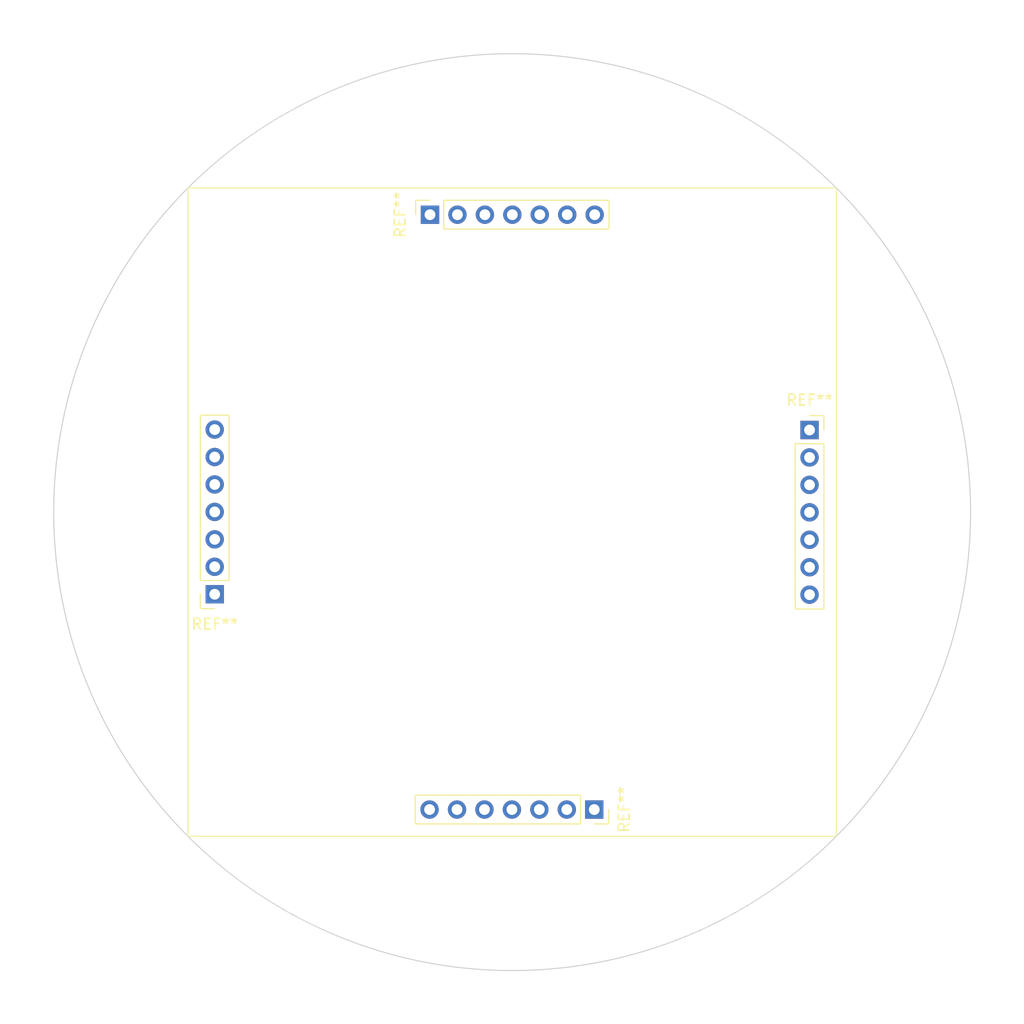
<source format=kicad_pcb>
(kicad_pcb (version 20211014) (generator pcbnew)
  (layers (0 "F.Cu" signal) (31 "B.Cu" signal) (34 "B.Paste" user) (35 "F.Paste" user) (36 "B.SilkS" user "B.Silkscreen") (37 "F.SilkS" user "F.Silkscreen") (38 "B.Mask" user) (39 "F.Mask" user) (44 "Edge.Cuts" user))
  (net 0 "")
  (footprint "Connector_PinSocket_2.54mm:PinSocket_1x07_P2.54mm_Vertical" (layer "F.Cu") (at 124.875 109.2 180)
    (fp_text reference "REF**" (at 0 -2.77) (layer "F.SilkS"))
    (fp_text value "PinSocket_1x07_P2.54mm_Vertical")
    (fp_line (start -1.33 1.27) (end 1.33 1.27) (layer "F.SilkS") (width 0.12))
    (fp_line (start 0 -1.33) (end 1.33 -1.33) (layer "F.SilkS") (width 0.12))
    (fp_line (start -1.33 1.27) (end -1.33 16.57) (layer "F.SilkS") (width 0.12))
    (fp_line (start 1.33 -1.33) (end 1.33 0) (layer "F.SilkS") (width 0.12))
    (fp_line (start 1.33 1.27) (end 1.33 16.57) (layer "F.SilkS") (width 0.12))
    (fp_line (start -1.33 16.57) (end 1.33 16.57) (layer "F.SilkS") (width 0.12))
    (pad "1" thru_hole rect (at 0 0 180) (size 1.7 1.7) (drill 1) (layers F&B.Cu *.Mask))
    (pad "2" thru_hole oval (at 0 2.54 180) (size 1.7 1.7) (drill 1) (layers F&B.Cu *.Mask))
    (pad "3" thru_hole oval (at 0 5.08 180) (size 1.7 1.7) (drill 1) (layers F&B.Cu *.Mask))
    (pad "4" thru_hole oval (at 0 7.62 180) (size 1.7 1.7) (drill 1) (layers F&B.Cu *.Mask))
    (pad "5" thru_hole oval (at 0 10.16 180) (size 1.7 1.7) (drill 1) (layers F&B.Cu *.Mask))
    (pad "6" thru_hole oval (at 0 12.7 180) (size 1.7 1.7) (drill 1) (layers F&B.Cu *.Mask))
    (pad "7" thru_hole oval (at 0 15.24 180) (size 1.7 1.7) (drill 1) (layers F&B.Cu *.Mask))
  )
  (footprint "Connector_PinSocket_2.54mm:PinSocket_1x07_P2.54mm_Vertical" (layer "F.Cu") (at 160 129.125 -90)
    (fp_text reference "REF**" (at 0 -2.77 90) (layer "F.SilkS"))
    (fp_text value "PinSocket_1x07_P2.54mm_Vertical")
    (fp_line (start -1.33 1.27) (end 1.33 1.27) (layer "F.SilkS") (width 0.12))
    (fp_line (start 0 -1.33) (end 1.33 -1.33) (layer "F.SilkS") (width 0.12))
    (fp_line (start -1.33 1.27) (end -1.33 16.57) (layer "F.SilkS") (width 0.12))
    (fp_line (start 1.33 -1.33) (end 1.33 0) (layer "F.SilkS") (width 0.12))
    (fp_line (start 1.33 1.27) (end 1.33 16.57) (layer "F.SilkS") (width 0.12))
    (fp_line (start -1.33 16.57) (end 1.33 16.57) (layer "F.SilkS") (width 0.12))
    (pad "1" thru_hole rect (at 0 0 270) (size 1.7 1.7) (drill 1) (layers F&B.Cu *.Mask))
    (pad "2" thru_hole oval (at 0 2.54 270) (size 1.7 1.7) (drill 1) (layers F&B.Cu *.Mask))
    (pad "3" thru_hole oval (at 0 5.08 270) (size 1.7 1.7) (drill 1) (layers F&B.Cu *.Mask))
    (pad "4" thru_hole oval (at 0 7.62 270) (size 1.7 1.7) (drill 1) (layers F&B.Cu *.Mask))
    (pad "5" thru_hole oval (at 0 10.16 270) (size 1.7 1.7) (drill 1) (layers F&B.Cu *.Mask))
    (pad "6" thru_hole oval (at 0 12.7 270) (size 1.7 1.7) (drill 1) (layers F&B.Cu *.Mask))
    (pad "7" thru_hole oval (at 0 15.24 270) (size 1.7 1.7) (drill 1) (layers F&B.Cu *.Mask))
  )
  (footprint "Connector_PinSocket_2.54mm:PinSocket_1x07_P2.54mm_Vertical" (layer "F.Cu") (at 144.8 74.075 90)
    (fp_text reference "REF**" (at 0 -2.77 90) (layer "F.SilkS"))
    (fp_text value "PinSocket_1x07_P2.54mm_Vertical")
    (fp_line (start -1.33 1.27) (end 1.33 1.27) (layer "F.SilkS") (width 0.12))
    (fp_line (start 0 -1.33) (end 1.33 -1.33) (layer "F.SilkS") (width 0.12))
    (fp_line (start -1.33 1.27) (end -1.33 16.57) (layer "F.SilkS") (width 0.12))
    (fp_line (start 1.33 -1.33) (end 1.33 0) (layer "F.SilkS") (width 0.12))
    (fp_line (start 1.33 1.27) (end 1.33 16.57) (layer "F.SilkS") (width 0.12))
    (fp_line (start -1.33 16.57) (end 1.33 16.57) (layer "F.SilkS") (width 0.12))
    (pad "1" thru_hole rect (at 0 0 90) (size 1.7 1.7) (drill 1) (layers *.Cu *.Mask))
    (pad "2" thru_hole oval (at 0 2.54 90) (size 1.7 1.7) (drill 1) (layers *.Cu *.Mask))
    (pad "3" thru_hole oval (at 0 5.08 90) (size 1.7 1.7) (drill 1) (layers *.Cu *.Mask))
    (pad "4" thru_hole oval (at 0 7.62 90) (size 1.7 1.7) (drill 1) (layers *.Cu *.Mask))
    (pad "5" thru_hole oval (at 0 10.16 90) (size 1.7 1.7) (drill 1) (layers *.Cu *.Mask))
    (pad "6" thru_hole oval (at 0 12.7 90) (size 1.7 1.7) (drill 1) (layers *.Cu *.Mask))
    (pad "7" thru_hole oval (at 0 15.24 90) (size 1.7 1.7) (drill 1) (layers *.Cu *.Mask))
  )
  (footprint "Connector_PinSocket_2.54mm:PinSocket_1x07_P2.54mm_Vertical" (layer "F.Cu") (at 179.925 94)
    (fp_text reference "REF**" (at 0 -2.77) (layer "F.SilkS"))
    (fp_text value "PinSocket_1x07_P2.54mm_Vertical")
    (fp_line (start -1.33 1.27) (end 1.33 1.27) (layer "F.SilkS") (width 0.12))
    (fp_line (start 0 -1.33) (end 1.33 -1.33) (layer "F.SilkS") (width 0.12))
    (fp_line (start -1.33 1.27) (end -1.33 16.57) (layer "F.SilkS") (width 0.12))
    (fp_line (start 1.33 -1.33) (end 1.33 0) (layer "F.SilkS") (width 0.12))
    (fp_line (start 1.33 1.27) (end 1.33 16.57) (layer "F.SilkS") (width 0.12))
    (fp_line (start -1.33 16.57) (end 1.33 16.57) (layer "F.SilkS") (width 0.12))
    (pad "1" thru_hole rect (at 0 0) (size 1.7 1.7) (drill 1) (layers F&B.Cu *.Mask))
    (pad "2" thru_hole oval (at 0 2.54) (size 1.7 1.7) (drill 1) (layers F&B.Cu *.Mask))
    (pad "3" thru_hole oval (at 0 5.08) (size 1.7 1.7) (drill 1) (layers F&B.Cu *.Mask))
    (pad "4" thru_hole oval (at 0 7.62) (size 1.7 1.7) (drill 1) (layers F&B.Cu *.Mask))
    (pad "5" thru_hole oval (at 0 10.16) (size 1.7 1.7) (drill 1) (layers F&B.Cu *.Mask))
    (pad "6" thru_hole oval (at 0 12.7) (size 1.7 1.7) (drill 1) (layers F&B.Cu *.Mask))
    (pad "7" thru_hole oval (at 0 15.24) (size 1.7 1.7) (drill 1) (layers F&B.Cu *.Mask))
  )
  (gr_line (start 122.4 71.6) (end 182.4 71.6) (layer "F.SilkS") (width 0.1))
  (gr_line (start 182.4 71.6) (end 182.4 131.6) (layer "F.SilkS") (width 0.1))
  (gr_line (start 122.4 131.6) (end 122.4 71.6) (layer "F.SilkS") (width 0.1))
  (gr_line (start 182.4 131.6) (end 122.4 131.6) (layer "F.SilkS") (width 0.1))
  (gr_circle (center 152.4 101.6) (end 194.826407 101.6) (layer "Edge.Cuts") (width 0.1) (fill none))
)
</source>
